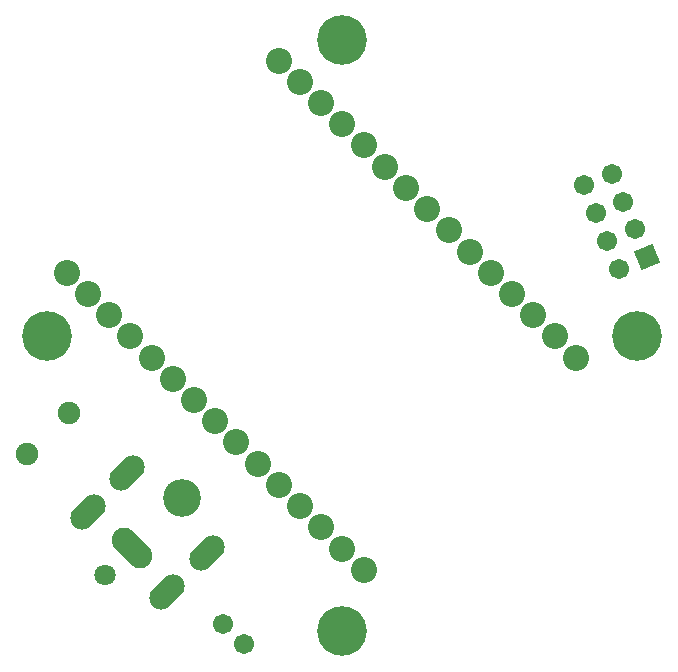
<source format=gbs>
%FSTAX23Y23*%
%MOIN*%
%SFA1B1*%

%IPPOS*%
%AMD36*
4,1,4,0.055700,0.002800,0.002800,0.055700,-0.055700,-0.002800,-0.002800,-0.055700,0.055700,0.002800,0.0*
1,1,0.082800,-0.026400,0.026400*
1,1,0.082800,0.026400,-0.026400*
%
%AMD37*
4,1,4,0.008400,-0.047300,0.047300,-0.008400,-0.008400,0.047300,-0.047300,0.008400,0.008400,-0.047300,0.0*
1,1,0.078870,0.019400,0.019400*
1,1,0.078870,-0.019400,-0.019400*
%
%AMD41*
4,1,4,-0.018100,-0.043800,0.043800,-0.018100,0.018100,0.043800,-0.043800,0.018100,-0.018100,-0.043800,0.0*
%
%ADD34C,0.086740*%
%ADD35C,0.126110*%
G04~CAMADD=36~3~0.0~0.0~1576.1~828.0~0.0~0.0~0~0.0~0.0~0.0~0.0~0~0.0~0.0~0.0~0.0~0~0.0~0.0~0.0~315.0~1354.0~1354.0*
%ADD36D36*%
G04~CAMADD=37~3~0.0~0.0~1339.8~788.7~0.0~0.0~0~0.0~0.0~0.0~0.0~0~0.0~0.0~0.0~0.0~0~0.0~0.0~0.0~225.0~1176.0~1176.0*
%ADD37D37*%
%ADD38C,0.070990*%
%ADD39C,0.074930*%
%ADD40C,0.067060*%
G04~CAMADD=41~10~0.0~670.5~0.0~0.0~0.0~0.0~0~0.0~0.0~0.0~0.0~0~0.0~0.0~0.0~0.0~0~0.0~0.0~0.0~202.5~670.5~0.0*
%ADD41D41*%
%ADD42C,0.165480*%
%LNesp_board-1*%
%LPD*%
G54D34*
X03142Y03225D03*
X03213Y03154D03*
X03284Y03083D03*
X03354Y03013D03*
X03425Y02942D03*
X03496Y02871D03*
X03566Y028D03*
X03637Y0273D03*
X03708Y02659D03*
X03779Y02588D03*
X03849Y02518D03*
X0392Y02447D03*
X03991Y02376D03*
X04061Y02305D03*
X04132Y02235D03*
X04839Y02942D03*
X04769Y03013D03*
X04698Y03083D03*
X04627Y03154D03*
X04556Y03225D03*
X04486Y03295D03*
X04415Y03366D03*
X04344Y03437D03*
X04274Y03508D03*
X04203Y03578D03*
X04132Y03649D03*
X04061Y0372D03*
X03991Y0379D03*
X0392Y03861D03*
X03849Y03932D03*
G54D35*
X03527Y02475D03*
G54D36*
X0336Y02308D03*
G54D37*
X03609Y02292D03*
X03478Y02161D03*
X03213Y02426D03*
X03344Y02557D03*
G54D38*
X03269Y02217D03*
G54D39*
X03011Y02619D03*
X0315Y02758D03*
G54D40*
X03732Y01986D03*
X03663Y02055D03*
X04982Y03238D03*
X05036Y03369D03*
X04944Y03331D03*
X04998Y03461D03*
X04906Y03423D03*
X0496Y03554D03*
X04868Y03516D03*
G54D41*
X05075Y03277D03*
G54D42*
X0406Y0203D03*
X05044Y03015D03*
X0406Y03999D03*
X03075Y03015D03*
M02*
</source>
